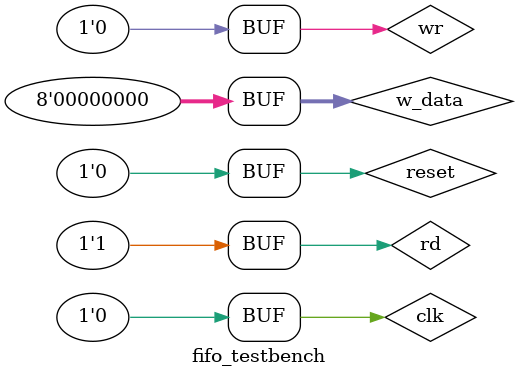
<source format=v>
`timescale 1ns / 1ps

module fifo_testbench();

    localparam DATA_WIDTH=8, ADDR_WIDTH=2, R_DATA_WIDTH = DATA_WIDTH/2, T=20;// number of bits in word, number of address bits, clock period
     reg clk, reset;
     reg rd, wr;
     reg [DATA_WIDTH-1:0] w_data;
     wire empty, full;
     wire [R_DATA_WIDTH-1:0] r_data;
     
    fifo #(.DATA_WIDTH(DATA_WIDTH), .ADDR_WIDTH(ADDR_WIDTH)) uut( // number of bits in word, number of address bits
        .clk(clk), .reset(reset), .rd(rd), .wr(wr), .w_data(w_data), .empty(empty), .full(full), .r_data(r_data)
    );
    
    always
    begin
        clk = 1'b1;
        #(T/2);
        clk = 1'b0;
        #(T/2);
    end
        
    initial
    begin
        reset = 1'b1;
        #(T/2);
        reset = 1'b0;
    end
    
    initial
    begin
        #200;
        rd = 1'b0;
        wr = 1'b1;
        w_data = 8'b00000001;
        #200;
        rd = 1'b0;
        wr = 1'b1;
        w_data = 8'b00000011;
        #200;
        rd = 1'b0;
        wr = 1'b1;
        w_data = 8'b10000000;
        #200;
        rd = 1'b0;
        wr = 1'b1;
        w_data = 8'b00110000;
        #200;
        rd = 1'b0;
        wr = 1'b1;
        w_data = 8'b00000000;
        #200;
        rd = 1'b1;
        wr = 1'b0;
        #200;
        rd = 1'b0;
        wr = 1'b0;
        #200;
        rd = 1'b1;
        wr = 1'b0;
        #200;
        rd = 1'b0;
        wr = 1'b0;
        #200;
        rd = 1'b1;
        wr = 1'b0;
        #200;
    end

endmodule

</source>
